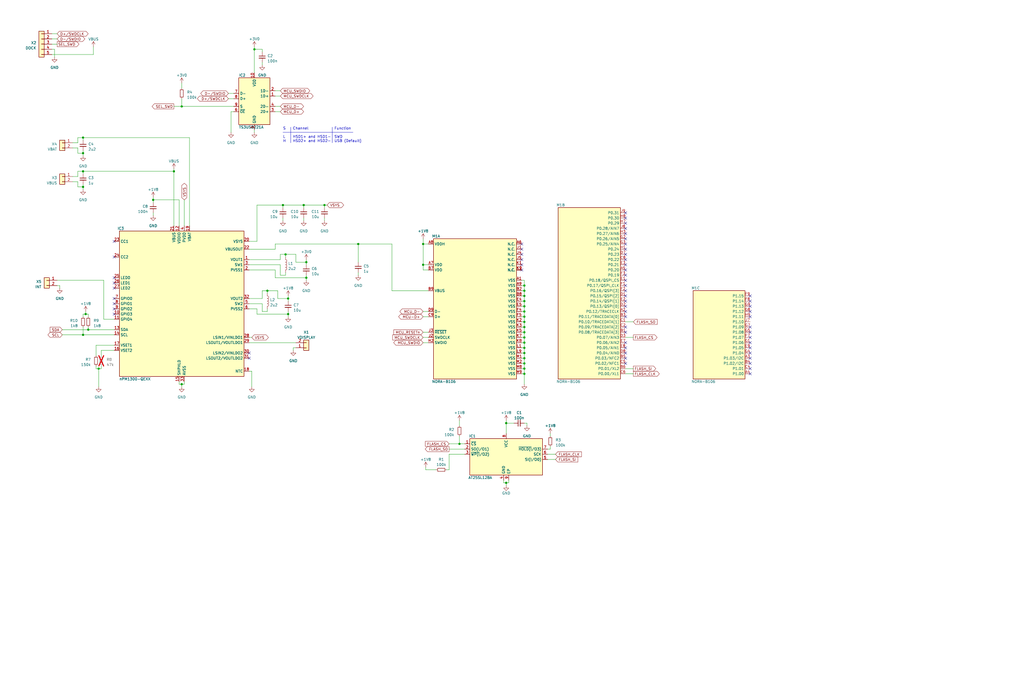
<source format=kicad_sch>
(kicad_sch (version 20230121) (generator eeschema)
  (paper "User" 500.99 340.004)
  (title_block (title "ZSWatch v2") (date "2023-08-19") (rev "3") (company "github.com/jakkra/ZSWatch-HW"))
  (lib_symbols
    (symbol "Connector_Generic:Conn_01x02" (pin_names (offset 1.016) hide)
      (property "Reference" "J" (at 0 2.54 0))
      (property "Value" "Conn_01x02" (at 0 -5.08 0))
      (symbol "Conn_01x02_1_1"
        (pin passive line (at -5.08 0 0) (length 3.81) (name "Pin_1") (number "1"))
        (pin passive line (at -5.08 -2.54 0) (length 3.81) (name "Pin_2") (number "2"))
      )
    )
    (symbol "Connector_Generic:Conn_01x05" (pin_names (offset 1.016) hide)
      (property "Reference" "J" (at 0 7.62 0))
      (property "Value" "Conn_01x05" (at 0 -7.62 0))
      (symbol "Conn_01x05_1_1"
        (pin passive line (at -5.08 5.08 0) (length 3.81) (name "Pin_1") (number "1"))
        (pin passive line (at -5.08 2.54 0) (length 3.81) (name "Pin_2") (number "2"))
        (pin passive line (at -5.08 0 0) (length 3.81) (name "Pin_3") (number "3"))
        (pin passive line (at -5.08 -2.54 0) (length 3.81) (name "Pin_4") (number "4"))
        (pin passive line (at -5.08 -5.08 0) (length 3.81) (name "Pin_5") (number "5"))
      )
    )
    (symbol "Device:C_Small" (pin_numbers hide) (pin_names (offset 0.254) hide)
      (property "Reference" "C" (at 0.254 1.778 0))
      (property "Value" "C_Small" (at 0.254 -2.032 0))
      (symbol "C_Small_1_1"
        (pin passive line (at 0 2.54 270) (length 2.032) (name "~") (number "1"))
        (pin passive line (at 0 -2.54 90) (length 2.032) (name "~") (number "2"))
      )
    )
    (symbol "Device:L" (pin_numbers hide) (pin_names (offset 1.016) hide)
      (property "Reference" "L" (at -1.27 0 90))
      (property "Value" "L" (at 1.905 0 90))
      (symbol "L_1_1"
        (pin passive line (at 0 3.81 270) (length 1.27) (name "1") (number "1"))
        (pin passive line (at 0 -3.81 90) (length 1.27) (name "2") (number "2"))
      )
    )
    (symbol "Device:R_Small" (pin_numbers hide) (pin_names (offset 0.254) hide)
      (property "Reference" "R" (at 0.762 0.508 0))
      (property "Value" "R_Small" (at 0.762 -1.016 0))
      (symbol "R_Small_1_1"
        (pin passive line (at 0 2.54 270) (length 0.762) (name "~") (number "1"))
        (pin passive line (at 0 -2.54 90) (length 0.762) (name "~") (number "2"))
      )
    )
    (symbol "Nordic:nPM1300-QEXX"
      (property "Reference" "IC" (at -29.845 36.83 0))
      (property "Value" "nPM1300-QEXX" (at -22.86 -36.83 0))
      (symbol "nPM1300-QEXX_0_0"
        (pin unspecified line (at 33.02 21.59 180) (length 2.54) (name "VOUT1") (number "1"))
        (pin unspecified line (at -33.02 -5.08 0) (length 2.54) (name "GPIO3") (number "10"))
        (pin unspecified line (at -33.02 -7.62 0) (length 2.54) (name "GPIO4") (number "11"))
        (pin unspecified line (at -1.27 38.1 270) (length 2.54) (name "VDDIO") (number "12"))
        (pin unspecified line (at -33.02 -12.7 0) (length 2.54) (name "SDA") (number "13"))
        (pin unspecified line (at -33.02 -15.24 0) (length 2.54) (name "SCL") (number "14"))
        (pin unspecified line (at -1.27 -38.1 90) (length 2.54) (name "SHPHLD") (number "15"))
        (pin unspecified line (at -33.02 -22.86 0) (length 2.54) (name "VSET2") (number "16"))
        (pin unspecified line (at -33.02 -20.32 0) (length 2.54) (name "VSET1") (number "17"))
        (pin unspecified line (at 33.02 -33.02 180) (length 2.54) (name "NTC") (number "18"))
        (pin unspecified line (at 3.81 38.1 270) (length 2.54) (name "VBAT") (number "19"))
        (pin unspecified line (at -3.81 38.1 270) (length 2.54) (name "VBUS") (number "21"))
        (pin unspecified line (at -33.02 30.48 0) (length 2.54) (name "CC1") (number "23"))
        (pin unspecified line (at -33.02 22.86 0) (length 2.54) (name "CC2") (number "24"))
        (pin unspecified line (at -33.02 12.7 0) (length 2.54) (name "LED0") (number "25"))
        (pin unspecified line (at -33.02 10.16 0) (length 2.54) (name "LED1") (number "26"))
        (pin unspecified line (at -33.02 7.62 0) (length 2.54) (name "LED2") (number "27"))
        (pin unspecified line (at 33.02 -19.05 180) (length 2.54) (name "LSOUT1/VOUTLDO1") (number "29"))
        (pin unspecified line (at 33.02 19.05 180) (length 2.54) (name "SW1") (number "3"))
        (pin unspecified line (at 33.02 -24.13 180) (length 2.54) (name "LSIN2/VINLDO2") (number "30"))
        (pin unspecified line (at 33.02 -26.67 180) (length 2.54) (name "LSOUT2/VOUTLDO2") (number "31"))
        (pin unspecified line (at 33.02 2.54 180) (length 2.54) (name "VOUT2") (number "32"))
        (pin unspecified line (at 1.27 -38.1 90) (length 2.54) (name "AVSS") (number "33"))
        (pin unspecified line (at 1.27 38.1 270) (length 2.54) (name "PVDD") (number "4"))
        (pin unspecified line (at 33.02 0 180) (length 2.54) (name "SW2") (number "5"))
        (pin unspecified line (at -33.02 2.54 0) (length 2.54) (name "GPIO0") (number "7"))
        (pin unspecified line (at -33.02 0 0) (length 2.54) (name "GPIO1") (number "8"))
        (pin unspecified line (at -33.02 -2.54 0) (length 2.54) (name "GPIO2") (number "9"))
      )
      (symbol "nPM1300-QEXX_1_0"
        (pin unspecified line (at 33.02 16.51 180) (length 2.54) (name "PVSS1") (number "2"))
        (pin power_in line (at 33.02 30.48 180) (length 2.54) (name "VSYS") (number "20"))
        (pin power_in line (at 33.02 26.67 180) (length 2.54) (name "VBUSOUT") (number "22"))
        (pin unspecified line (at 33.02 -16.51 180) (length 2.54) (name "LSIN1/VINLDO1") (number "28"))
        (pin unspecified line (at 33.02 -2.54 180) (length 2.54) (name "PVSS2") (number "6"))
      )
    )
    (symbol "Renesas:AT25SL128A"
      (property "Reference" "IC" (at -16.51 10.16 0))
      (symbol "AT25SL128A_1_1"
        (pin passive line (at -20.32 6.35 0) (length 2.54) (name "~{CS}") (number "1"))
        (pin passive line (at -20.32 3.81 0) (length 2.54) (name "SO(I/O1)") (number "2"))
        (pin passive line (at -20.32 1.27 0) (length 2.54) (name "~{WP(I}/O2)") (number "3"))
        (pin power_in line (at -1.27 -11.43 90) (length 2.54) (name "GND") (number "4"))
        (pin passive line (at 20.32 -1.27 180) (length 2.54) (name "SI(I/O0)") (number "5"))
        (pin input line (at 20.32 1.27 180) (length 2.54) (name "SCK") (number "6"))
        (pin passive line (at 20.32 3.81 180) (length 2.54) (name "~{HOLD(I}/O3)") (number "7"))
        (pin power_in line (at 0 11.43 270) (length 2.54) (name "VCC") (number "8"))
        (pin passive line (at 1.27 -11.43 90) (length 2.54) (name "EP") (number "9"))
      )
    )
    (symbol "TexasInstruments_Kampi:TS3USB221A"
      (property "Reference" "IC" (at -6.985 12.7 0))
      (property "Value" "TS3USB221A" (at -1.27 -12.7 0))
      (symbol "TS3USB221A_1_1"
        (pin bidirectional line (at 10.16 2.54 180) (length 2.54) (name "1D+") (number "1"))
        (pin power_in line (at 0 13.97 270) (length 2.54) (name "VDD") (number "10"))
        (pin bidirectional line (at 10.16 5.08 180) (length 2.54) (name "1D-") (number "2"))
        (pin bidirectional line (at 10.16 -5.08 180) (length 2.54) (name "2D+") (number "3"))
        (pin bidirectional line (at 10.16 -2.54 180) (length 2.54) (name "2D-") (number "4"))
        (pin passive line (at 0 -13.97 90) (length 2.54) (name "GND") (number "5"))
        (pin input line (at -10.16 -5.08 0) (length 2.54) (name "~{OE}") (number "6"))
        (pin bidirectional line (at -10.16 3.81 0) (length 2.54) (name "D-") (number "7"))
        (pin bidirectional line (at -10.16 1.27 0) (length 2.54) (name "D+") (number "8"))
        (pin input line (at -10.16 -2.54 0) (length 2.54) (name "S") (number "9"))
      )
    )
    (symbol "power:+1V8" (power) (pin_names (offset 0))
      (property "Value" "+1V8" (at 0 3.556 0))
      (symbol "+1V8_1_1"
        (pin power_in line (at 0 0 90) (length 0) hide (name "+1V8") (number "1"))
      )
    )
    (symbol "power:+3V0" (power) (pin_names (offset 0))
      (property "Value" "+3V0" (at 0 3.556 0))
      (symbol "+3V0_1_1"
        (pin power_in line (at 0 0 90) (length 0) hide (name "+3V0") (number "1"))
      )
    )
    (symbol "power:GND" (power) (pin_names (offset 0))
      (property "Value" "GND" (at 0 -3.81 0))
      (symbol "GND_1_1"
        (pin power_in line (at 0 0 270) (length 0) hide (name "GND") (number "1"))
      )
    )
    (symbol "power:VBUS" (power) (pin_names (offset 0))
      (property "Value" "VBUS" (at 0 3.81 0))
      (symbol "VBUS_1_1"
        (pin power_in line (at 0 0 90) (length 0) hide (name "VBUS") (number "1"))
      )
    )
    (symbol "uBlox:NORA-B106"
      (property "Reference" "M" (at -17.78 44.45 0))
      (symbol "NORA-B106_1_0"
        (pin power_in line (at 21.59 13.97 180) (length 2.54) (name "VSS") (number "A1"))
        (pin tri_state line (at 21.59 31.75 180) (length 2.54) (name "N.C.") (number "A6"))
        (pin power_in line (at -24.13 21.59 0) (length 2.54) (name "VDD") (number "A7"))
        (pin power_in line (at -24.13 31.75 0) (length 2.54) (name "VDDH") (number "A8"))
        (pin power_in line (at 21.59 11.43 180) (length 2.54) (name "VSS") (number "A9"))
        (pin power_in line (at 21.59 8.89 180) (length 2.54) (name "VSS") (number "B2"))
        (pin power_in line (at -24.13 19.05 0) (length 2.54) (name "VDD") (number "B7"))
        (pin power_in line (at 21.59 6.35 180) (length 2.54) (name "VSS") (number "B8"))
        (pin power_in line (at -24.13 8.89 0) (length 2.54) (name "VBUS") (number "B9"))
        (pin bidirectional line (at -24.13 -3.81 0) (length 2.54) (name "D+") (number "C9"))
        (pin bidirectional line (at -24.13 -1.27 0) (length 2.54) (name "D-") (number "D9"))
        (pin power_in line (at 21.59 3.81 180) (length 2.54) (name "VSS") (number "E4"))
        (pin power_in line (at 21.59 1.27 180) (length 2.54) (name "VSS") (number "E5"))
        (pin power_in line (at 21.59 -1.27 180) (length 2.54) (name "VSS") (number "F4"))
        (pin power_in line (at 21.59 -3.81 180) (length 2.54) (name "VSS") (number "F5"))
        (pin bidirectional line (at -24.13 -16.51 0) (length 2.54) (name "SWDIO") (number "H2"))
        (pin tri_state line (at 21.59 29.21 180) (length 2.54) (name "N.C.") (number "J1"))
        (pin input line (at -24.13 -13.97 0) (length 2.54) (name "SWDCLK") (number "J2"))
        (pin input line (at -24.13 -11.43 0) (length 2.54) (name "~{RESET}") (number "J3"))
        (pin tri_state line (at 21.59 26.67 180) (length 2.54) (name "N.C.") (number "J4"))
        (pin tri_state line (at 21.59 24.13 180) (length 2.54) (name "N.C.") (number "J5"))
        (pin tri_state line (at 21.59 21.59 180) (length 2.54) (name "N.C.") (number "K1"))
        (pin power_in line (at 21.59 -6.35 180) (length 2.54) (name "VSS") (number "K2"))
        (pin power_in line (at 21.59 -8.89 180) (length 2.54) (name "VSS") (number "K3"))
        (pin power_in line (at 21.59 -11.43 180) (length 2.54) (name "VSS") (number "K5"))
        (pin power_in line (at 21.59 -13.97 180) (length 2.54) (name "VSS") (number "K7"))
        (pin power_in line (at 21.59 -16.51 180) (length 2.54) (name "VSS") (number "K8"))
        (pin tri_state line (at 21.59 19.05 180) (length 2.54) (name "N.C.") (number "K9"))
        (pin tri_state line (at 21.59 19.05 180) (length 2.54) (name "N.C.") (number "K9"))
        (pin power_in line (at 21.59 -19.05 180) (length 2.54) (name "VSS") (number "L1"))
        (pin power_in line (at 21.59 -21.59 180) (length 2.54) (name "VSS") (number "L9"))
        (pin power_in line (at 21.59 -24.13 180) (length 2.54) (name "VSS") (number "M1"))
        (pin power_in line (at 21.59 -26.67 180) (length 2.54) (name "VSS") (number "M2"))
        (pin power_in line (at 21.59 -29.21 180) (length 2.54) (name "VSS") (number "M8"))
        (pin power_in line (at 21.59 -31.75 180) (length 2.54) (name "VSS") (number "M9"))
      )
      (symbol "NORA-B106_2_1"
        (pin bidirectional line (at 13.97 -7.62 180) (length 2.54) (name "P0.12/TRACECLK") (number "A2"))
        (pin bidirectional line (at 13.97 12.7 180) (length 2.54) (name "P0.20") (number "A5"))
        (pin bidirectional line (at 13.97 -17.78 180) (length 2.54) (name "P0.08/TRACEDATA[3]") (number "B1"))
        (pin bidirectional line (at 13.97 -10.16 180) (length 2.54) (name "P0.11/TRACEDATA[0]") (number "B3"))
        (pin bidirectional line (at 13.97 -30.48 180) (length 2.54) (name "P0.03/NFC2") (number "B5"))
        (pin bidirectional line (at 13.97 -35.56 180) (length 2.54) (name "P0.01/XL2") (number "B6"))
        (pin bidirectional line (at 13.97 -12.7 180) (length 2.54) (name "P0.10/TRACEDATA[1]") (number "C1"))
        (pin bidirectional line (at 13.97 -15.24 180) (length 2.54) (name "P0.09/TRACEDATA[2]") (number "C2"))
        (pin bidirectional line (at 13.97 -33.02 180) (length 2.54) (name "P0.02/NFC1") (number "C5"))
        (pin bidirectional line (at 13.97 -38.1 180) (length 2.54) (name "P0.00/XL1") (number "C6"))
        (pin bidirectional line (at 13.97 17.78 180) (length 2.54) (name "P0.22") (number "C8"))
        (pin bidirectional line (at 13.97 0 180) (length 2.54) (name "P0.15/QSPI[2]") (number "D1"))
        (pin bidirectional line (at 13.97 -5.08 180) (length 2.54) (name "P0.13/QSPI[0]") (number "D2"))
        (pin bidirectional line (at 13.97 -20.32 180) (length 2.54) (name "P0.07/AIN3") (number "D3"))
        (pin bidirectional line (at 13.97 20.32 180) (length 2.54) (name "P0.23") (number "D7"))
        (pin bidirectional line (at 13.97 -27.94 180) (length 2.54) (name "P0.04/AIN0") (number "D8"))
        (pin bidirectional line (at 13.97 7.62 180) (length 2.54) (name "P0.18/QSPI_CS") (number "E1"))
        (pin bidirectional line (at 13.97 -2.54 180) (length 2.54) (name "P0.14/QSPI[1]") (number "E2"))
        (pin bidirectional line (at 13.97 15.24 180) (length 2.54) (name "P0.21") (number "E3"))
        (pin bidirectional line (at 13.97 -22.86 180) (length 2.54) (name "P0.06/AIN2") (number "E7"))
        (pin bidirectional line (at 13.97 -25.4 180) (length 2.54) (name "P0.05/AIN1") (number "E8"))
        (pin bidirectional line (at 13.97 5.08 180) (length 2.54) (name "P0.17/QSPI_CLK") (number "F1"))
        (pin bidirectional line (at 13.97 2.54 180) (length 2.54) (name "P0.16/QSPI[3]") (number "F2"))
        (pin bidirectional line (at 13.97 10.16 180) (length 2.54) (name "P0.19") (number "F3"))
        (pin bidirectional line (at 13.97 27.94 180) (length 2.54) (name "P0.26/AIN5") (number "G2"))
        (pin bidirectional line (at 13.97 25.4 180) (length 2.54) (name "P0.25/AIN4") (number "G3"))
        (pin bidirectional line (at 13.97 22.86 180) (length 2.54) (name "P0.24") (number "H1"))
        (pin bidirectional line (at 13.97 30.48 180) (length 2.54) (name "P0.27/AIN6") (number "H3"))
        (pin bidirectional line (at 13.97 35.56 180) (length 2.54) (name "P0.29") (number "H7"))
        (pin bidirectional line (at 13.97 38.1 180) (length 2.54) (name "P0.30") (number "H8"))
        (pin bidirectional line (at 13.97 33.02 180) (length 2.54) (name "P0.28/AIN7") (number "J8"))
        (pin bidirectional line (at 13.97 40.64 180) (length 2.54) (name "P0.31") (number "J9"))
      )
      (symbol "NORA-B106_3_1"
        (pin bidirectional line (at 15.24 -11.43 180) (length 2.54) (name "P1.03/I2C") (number "A3"))
        (pin bidirectional line (at 15.24 -19.05 180) (length 2.54) (name "P1.00") (number "A4"))
        (pin bidirectional line (at 15.24 -13.97 180) (length 2.54) (name "P1.02/I2C") (number "B4"))
        (pin bidirectional line (at 15.24 -16.51 180) (length 2.54) (name "P1.01") (number "C4"))
        (pin bidirectional line (at 15.24 -6.35 180) (length 2.54) (name "P1.05") (number "E9"))
        (pin bidirectional line (at 15.24 -1.27 180) (length 2.54) (name "P1.07") (number "F7"))
        (pin bidirectional line (at 15.24 16.51 180) (length 2.54) (name "P1.14") (number "F8"))
        (pin bidirectional line (at 15.24 19.05 180) (length 2.54) (name "P1.15") (number "F9"))
        (pin bidirectional line (at 15.24 -3.81 180) (length 2.54) (name "P1.06") (number "G1"))
        (pin bidirectional line (at 15.24 -8.89 180) (length 2.54) (name "P1.04") (number "G4"))
        (pin bidirectional line (at 15.24 1.27 180) (length 2.54) (name "P1.08") (number "G5"))
        (pin bidirectional line (at 15.24 3.81 180) (length 2.54) (name "P1.09") (number "G7"))
        (pin bidirectional line (at 15.24 11.43 180) (length 2.54) (name "P1.12") (number "G8"))
        (pin bidirectional line (at 15.24 13.97 180) (length 2.54) (name "P1.13") (number "G9"))
        (pin bidirectional line (at 15.24 8.89 180) (length 2.54) (name "P1.11") (number "H9"))
        (pin bidirectional line (at 15.24 6.35 180) (length 2.54) (name "P1.10") (number "J7"))
      )
    )
  )
  (junction (at 207.01 129.54))
  (junction (at 149.86 135.89))
  (junction (at 40.64 74.93))
  (junction (at 256.54 177.8))
  (junction (at 256.54 152.4))
  (junction (at 256.54 154.94))
  (junction (at 41.91 153.67))
  (junction (at 256.54 180.34))
  (junction (at 256.54 157.48))
  (junction (at 256.54 162.56))
  (junction (at 247.65 236.22))
  (junction (at 224.79 217.17))
  (junction (at 88.9 187.96))
  (junction (at 256.54 175.26))
  (junction (at 256.54 165.1))
  (junction (at 256.54 182.88))
  (junction (at 256.54 172.72))
  (junction (at 256.54 170.18))
  (junction (at 85.09 83.82))
  (junction (at 40.64 163.83))
  (junction (at 256.54 160.02))
  (junction (at 207.01 119.38))
  (junction (at 139.7 124.46))
  (junction (at 40.64 83.82))
  (junction (at 138.43 100.33))
  (junction (at 175.26 119.38))
  (junction (at 256.54 142.24))
  (junction (at 48.26 180.34))
  (junction (at 140.97 146.05))
  (junction (at 40.64 91.44))
  (junction (at 88.9 52.07))
  (junction (at 43.18 161.29))
  (junction (at 256.54 144.78))
  (junction (at 140.97 153.67))
  (junction (at 130.81 142.24))
  (junction (at 158.75 100.33))
  (junction (at 256.54 139.7))
  (junction (at 256.54 147.32))
  (junction (at 124.46 24.13))
  (junction (at 74.93 97.79))
  (junction (at 256.54 149.86))
  (junction (at 148.59 100.33))
  (junction (at 40.64 67.31))
  (junction (at 247.65 207.01))
  (junction (at 149.86 128.27))
  (junction (at 256.54 167.64))
  (no_connect (at 121.92 172.72))
  (no_connect (at 306.07 175.26))
  (no_connect (at 367.03 175.26))
  (no_connect (at 367.03 165.1))
  (no_connect (at 306.07 114.3))
  (no_connect (at 306.07 109.22))
  (no_connect (at 367.03 144.78))
  (no_connect (at 367.03 170.18))
  (no_connect (at 306.07 152.4))
  (no_connect (at 55.88 138.43))
  (no_connect (at 255.27 132.08))
  (no_connect (at 255.27 121.92))
  (no_connect (at 255.27 119.38))
  (no_connect (at 255.27 124.46))
  (no_connect (at 255.27 129.54))
  (no_connect (at 255.27 127))
  (no_connect (at 306.07 170.18))
  (no_connect (at 306.07 160.02))
  (no_connect (at 55.88 135.89))
  (no_connect (at 367.03 182.88))
  (no_connect (at 306.07 172.72))
  (no_connect (at 367.03 162.56))
  (no_connect (at 55.88 146.05))
  (no_connect (at 306.07 111.76))
  (no_connect (at 306.07 127))
  (no_connect (at 306.07 167.64))
  (no_connect (at 306.07 177.8))
  (no_connect (at 306.07 116.84))
  (no_connect (at 121.92 175.26))
  (no_connect (at 367.03 160.02))
  (no_connect (at 55.88 153.67))
  (no_connect (at 367.03 147.32))
  (no_connect (at 306.07 104.14))
  (no_connect (at 306.07 154.94))
  (no_connect (at 55.88 148.59))
  (no_connect (at 306.07 147.32))
  (no_connect (at 306.07 142.24))
  (no_connect (at 55.88 118.11))
  (no_connect (at 367.03 172.72))
  (no_connect (at 367.03 152.4))
  (no_connect (at 55.88 140.97))
  (no_connect (at 55.88 125.73))
  (no_connect (at 306.07 137.16))
  (no_connect (at 306.07 139.7))
  (no_connect (at 306.07 124.46))
  (no_connect (at 306.07 121.92))
  (no_connect (at 306.07 149.86))
  (no_connect (at 367.03 167.64))
  (no_connect (at 367.03 177.8))
  (no_connect (at 306.07 129.54))
  (no_connect (at 306.07 119.38))
  (no_connect (at 306.07 144.78))
  (no_connect (at 306.07 134.62))
  (no_connect (at 306.07 162.56))
  (no_connect (at 367.03 154.94))
  (no_connect (at 55.88 151.13))
  (no_connect (at 306.07 106.68))
  (no_connect (at 306.07 132.08))
  (no_connect (at 367.03 149.86))
  (no_connect (at 367.03 180.34))
  (wire (pts (xy 74.93 104.14) (xy 74.93 105.41)))
  (wire (pts (xy 175.26 119.38) (xy 191.77 119.38)))
  (wire (pts (xy 55.88 156.21) (xy 50.8 156.21)))
  (wire (pts (xy 90.17 187.96) (xy 90.17 186.69)))
  (wire (pts (xy 40.64 67.31) (xy 40.64 68.58)))
  (wire (pts (xy 137.16 134.62) (xy 139.7 134.62)))
  (wire (pts (xy 207.01 132.08) (xy 207.01 129.54)))
  (wire (pts (xy 148.59 106.68) (xy 148.59 107.95)))
  (wire (pts (xy 256.54 139.7) (xy 255.27 139.7)))
  (wire (pts (xy 26.67 24.13) (xy 26.67 27.94)))
  (wire (pts (xy 134.62 132.08) (xy 134.62 135.89)))
  (wire (pts (xy 256.54 170.18) (xy 255.27 170.18)))
  (wire (pts (xy 247.65 236.22) (xy 248.92 236.22)))
  (wire (pts (xy 247.65 207.01) (xy 251.46 207.01)))
  (wire (pts (xy 256.54 147.32) (xy 256.54 149.86)))
  (wire (pts (xy 90.17 110.49) (xy 90.17 97.79)))
  (wire (pts (xy 257.81 207.01) (xy 257.81 208.28)))
  (wire (pts (xy 135.89 142.24) (xy 135.89 146.05)))
  (wire (pts (xy 207.01 162.56) (xy 209.55 162.56)))
  (wire (pts (xy 143.51 170.18) (xy 143.51 171.45)))
  (wire (pts (xy 256.54 165.1) (xy 255.27 165.1)))
  (wire (pts (xy 256.54 167.64) (xy 255.27 167.64)))
  (wire (pts (xy 256.54 175.26) (xy 256.54 177.8)))
  (wire (pts (xy 85.09 52.07) (xy 88.9 52.07)))
  (wire (pts (xy 45.72 22.86) (xy 45.72 26.67)))
  (wire (pts (xy 41.91 152.4) (xy 41.91 153.67)))
  (wire (pts (xy 88.9 40.64) (xy 88.9 43.18)))
  (wire (pts (xy 113.03 54.61) (xy 113.03 64.77)))
  (wire (pts (xy 247.65 207.01) (xy 247.65 212.09)))
  (wire (pts (xy 269.24 213.36) (xy 269.24 212.09)))
  (wire (pts (xy 148.59 100.33) (xy 148.59 101.6)))
  (wire (pts (xy 88.9 52.07) (xy 114.3 52.07)))
  (wire (pts (xy 256.54 160.02) (xy 256.54 162.56)))
  (wire (pts (xy 35.56 88.9) (xy 38.1 88.9)))
  (wire (pts (xy 40.64 163.83) (xy 40.64 160.02)))
  (wire (pts (xy 137.16 52.07) (xy 134.62 52.07)))
  (wire (pts (xy 137.16 124.46) (xy 139.7 124.46)))
  (wire (pts (xy 219.71 229.87) (xy 218.44 229.87)))
  (wire (pts (xy 40.64 154.94) (xy 40.64 153.67)))
  (wire (pts (xy 30.48 161.29) (xy 43.18 161.29)))
  (wire (pts (xy 130.81 152.4) (xy 130.81 151.13)))
  (wire (pts (xy 148.59 100.33) (xy 158.75 100.33)))
  (wire (pts (xy 92.71 67.31) (xy 40.64 67.31)))
  (wire (pts (xy 256.54 139.7) (xy 256.54 142.24)))
  (wire (pts (xy 38.1 74.93) (xy 40.64 74.93)))
  (wire (pts (xy 224.79 205.74) (xy 224.79 208.28)))
  (wire (pts (xy 43.18 161.29) (xy 43.18 160.02)))
  (wire (pts (xy 114.3 54.61) (xy 113.03 54.61)))
  (wire (pts (xy 40.64 153.67) (xy 41.91 153.67)))
  (wire (pts (xy 256.54 165.1) (xy 256.54 167.64)))
  (wire (pts (xy 40.64 73.66) (xy 40.64 74.93)))
  (wire (pts (xy 40.64 83.82) (xy 40.64 85.09)))
  (wire (pts (xy 256.54 142.24) (xy 255.27 142.24)))
  (wire (pts (xy 256.54 207.01) (xy 257.81 207.01)))
  (wire (pts (xy 256.54 137.16) (xy 255.27 137.16)))
  (wire (pts (xy 137.16 46.99) (xy 134.62 46.99)))
  (wire (pts (xy 40.64 91.44) (xy 40.64 92.71)))
  (wire (pts (xy 38.1 86.36) (xy 38.1 83.82)))
  (wire (pts (xy 256.54 149.86) (xy 255.27 149.86)))
  (wire (pts (xy 256.54 157.48) (xy 256.54 160.02)))
  (wire (pts (xy 139.7 124.46) (xy 144.78 124.46)))
  (wire (pts (xy 256.54 167.64) (xy 256.54 170.18)))
  (wire (pts (xy 306.07 182.88) (xy 309.88 182.88)))
  (wire (pts (xy 50.8 137.16) (xy 50.8 156.21)))
  (wire (pts (xy 269.24 219.71) (xy 267.97 219.71)))
  (wire (pts (xy 219.71 222.25) (xy 219.71 229.87)))
  (wire (pts (xy 207.01 129.54) (xy 209.55 129.54)))
  (wire (pts (xy 55.88 168.91) (xy 46.99 168.91)))
  (wire (pts (xy 55.88 161.29) (xy 43.18 161.29)))
  (wire (pts (xy 124.46 24.13) (xy 124.46 22.86)))
  (wire (pts (xy 138.43 100.33) (xy 138.43 101.6)))
  (wire (pts (xy 134.62 121.92) (xy 134.62 119.38)))
  (wire (pts (xy 25.4 24.13) (xy 26.67 24.13)))
  (wire (pts (xy 144.78 128.27) (xy 149.86 128.27)))
  (wire (pts (xy 135.89 146.05) (xy 140.97 146.05)))
  (wire (pts (xy 130.81 142.24) (xy 135.89 142.24)))
  (wire (pts (xy 55.88 163.83) (xy 40.64 163.83)))
  (wire (pts (xy 219.71 219.71) (xy 227.33 219.71)))
  (wire (pts (xy 121.92 121.92) (xy 134.62 121.92)))
  (wire (pts (xy 246.38 234.95) (xy 246.38 236.22)))
  (wire (pts (xy 207.01 154.94) (xy 209.55 154.94)))
  (wire (pts (xy 88.9 48.26) (xy 88.9 52.07)))
  (wire (pts (xy 87.63 187.96) (xy 88.9 187.96)))
  (wire (pts (xy 27.94 19.05) (xy 25.4 19.05)))
  (wire (pts (xy 256.54 147.32) (xy 255.27 147.32)))
  (wire (pts (xy 256.54 180.34) (xy 256.54 182.88)))
  (wire (pts (xy 208.28 229.87) (xy 213.36 229.87)))
  (wire (pts (xy 121.92 146.05) (xy 128.27 146.05)))
  (wire (pts (xy 149.86 134.62) (xy 149.86 135.89)))
  (wire (pts (xy 175.26 133.35) (xy 175.26 134.62)))
  (wire (pts (xy 134.62 135.89) (xy 149.86 135.89)))
  (wire (pts (xy 40.64 83.82) (xy 85.09 83.82)))
  (wire (pts (xy 88.9 187.96) (xy 90.17 187.96)))
  (wire (pts (xy 128.27 142.24) (xy 130.81 142.24)))
  (wire (pts (xy 256.54 154.94) (xy 255.27 154.94)))
  (wire (pts (xy 27.94 21.59) (xy 25.4 21.59)))
  (wire (pts (xy 137.16 129.54) (xy 137.16 134.62)))
  (wire (pts (xy 158.75 106.68) (xy 158.75 107.95)))
  (wire (pts (xy 46.99 179.07) (xy 46.99 180.34)))
  (wire (pts (xy 256.54 157.48) (xy 255.27 157.48)))
  (wire (pts (xy 227.33 222.25) (xy 219.71 222.25)))
  (wire (pts (xy 140.97 153.67) (xy 140.97 154.94)))
  (wire (pts (xy 207.01 167.64) (xy 209.55 167.64)))
  (wire (pts (xy 256.54 149.86) (xy 256.54 152.4)))
  (wire (pts (xy 46.99 180.34) (xy 48.26 180.34)))
  (wire (pts (xy 35.56 72.39) (xy 38.1 72.39)))
  (wire (pts (xy 40.64 90.17) (xy 40.64 91.44)))
  (wire (pts (xy 306.07 180.34) (xy 309.88 180.34)))
  (wire (pts (xy 27.94 137.16) (xy 50.8 137.16)))
  (wire (pts (xy 149.86 128.27) (xy 149.86 129.54)))
  (wire (pts (xy 207.01 129.54) (xy 207.01 119.38)))
  (wire (pts (xy 29.21 139.7) (xy 29.21 140.97)))
  (wire (pts (xy 121.92 165.1) (xy 123.19 165.1)))
  (wire (pts (xy 49.53 180.34) (xy 49.53 179.07)))
  (wire (pts (xy 137.16 127) (xy 137.16 124.46)))
  (wire (pts (xy 121.92 181.61) (xy 123.19 181.61)))
  (wire (pts (xy 256.54 182.88) (xy 256.54 187.96)))
  (polyline (pts (xy 162.56 62.23) (xy 162.56 69.85)))
  (wire (pts (xy 138.43 106.68) (xy 138.43 107.95)))
  (wire (pts (xy 209.55 132.08) (xy 207.01 132.08)))
  (wire (pts (xy 125.73 153.67) (xy 140.97 153.67)))
  (wire (pts (xy 140.97 144.78) (xy 140.97 146.05)))
  (wire (pts (xy 85.09 82.55) (xy 85.09 83.82)))
  (wire (pts (xy 247.65 236.22) (xy 247.65 237.49)))
  (wire (pts (xy 256.54 142.24) (xy 256.54 144.78)))
  (wire (pts (xy 139.7 124.46) (xy 139.7 125.73)))
  (wire (pts (xy 124.46 24.13) (xy 124.46 35.56)))
  (wire (pts (xy 207.01 116.84) (xy 207.01 119.38)))
  (wire (pts (xy 48.26 180.34) (xy 48.26 189.23)))
  (wire (pts (xy 306.07 165.1) (xy 309.88 165.1)))
  (wire (pts (xy 49.53 171.45) (xy 49.53 173.99)))
  (wire (pts (xy 128.27 146.05) (xy 128.27 142.24)))
  (wire (pts (xy 256.54 175.26) (xy 255.27 175.26)))
  (wire (pts (xy 138.43 100.33) (xy 148.59 100.33)))
  (wire (pts (xy 125.73 151.13) (xy 125.73 153.67)))
  (wire (pts (xy 41.91 153.67) (xy 43.18 153.67)))
  (wire (pts (xy 128.27 148.59) (xy 128.27 152.4)))
  (wire (pts (xy 256.54 177.8) (xy 255.27 177.8)))
  (wire (pts (xy 191.77 142.24) (xy 209.55 142.24)))
  (wire (pts (xy 267.97 222.25) (xy 271.78 222.25)))
  (wire (pts (xy 144.78 170.18) (xy 143.51 170.18)))
  (wire (pts (xy 121.92 132.08) (xy 134.62 132.08)))
  (wire (pts (xy 48.26 180.34) (xy 49.53 180.34)))
  (wire (pts (xy 27.94 139.7) (xy 29.21 139.7)))
  (wire (pts (xy 246.38 236.22) (xy 247.65 236.22)))
  (wire (pts (xy 38.1 88.9) (xy 38.1 91.44)))
  (wire (pts (xy 247.65 207.01) (xy 247.65 205.74)))
  (wire (pts (xy 256.54 137.16) (xy 256.54 139.7)))
  (wire (pts (xy 88.9 187.96) (xy 88.9 189.23)))
  (wire (pts (xy 139.7 134.62) (xy 139.7 133.35)))
  (wire (pts (xy 256.54 144.78) (xy 255.27 144.78)))
  (wire (pts (xy 125.73 100.33) (xy 125.73 118.11)))
  (wire (pts (xy 224.79 213.36) (xy 224.79 217.17)))
  (wire (pts (xy 92.71 67.31) (xy 92.71 110.49)))
  (wire (pts (xy 140.97 146.05) (xy 140.97 147.32)))
  (wire (pts (xy 124.46 63.5) (xy 124.46 64.77)))
  (wire (pts (xy 55.88 171.45) (xy 49.53 171.45)))
  (wire (pts (xy 256.54 152.4) (xy 256.54 154.94)))
  (wire (pts (xy 43.18 153.67) (xy 43.18 154.94)))
  (wire (pts (xy 149.86 127) (xy 149.86 128.27)))
  (wire (pts (xy 128.27 152.4) (xy 130.81 152.4)))
  (wire (pts (xy 144.78 124.46) (xy 144.78 128.27)))
  (polyline (pts (xy 142.24 62.23) (xy 142.24 69.85)))
  (wire (pts (xy 269.24 218.44) (xy 269.24 219.71)))
  (wire (pts (xy 38.1 91.44) (xy 40.64 91.44)))
  (wire (pts (xy 137.16 54.61) (xy 134.62 54.61)))
  (wire (pts (xy 128.27 30.48) (xy 128.27 31.75)))
  (wire (pts (xy 25.4 26.67) (xy 45.72 26.67)))
  (wire (pts (xy 207.01 119.38) (xy 209.55 119.38)))
  (wire (pts (xy 38.1 72.39) (xy 38.1 74.93)))
  (wire (pts (xy 30.48 163.83) (xy 40.64 163.83)))
  (wire (pts (xy 140.97 152.4) (xy 140.97 153.67)))
  (wire (pts (xy 191.77 119.38) (xy 191.77 142.24)))
  (wire (pts (xy 128.27 24.13) (xy 128.27 25.4)))
  (wire (pts (xy 121.92 148.59) (xy 128.27 148.59)))
  (wire (pts (xy 134.62 119.38) (xy 175.26 119.38)))
  (wire (pts (xy 149.86 135.89) (xy 149.86 137.16)))
  (wire (pts (xy 27.94 16.51) (xy 25.4 16.51)))
  (wire (pts (xy 256.54 172.72) (xy 255.27 172.72)))
  (wire (pts (xy 111.76 45.72) (xy 114.3 45.72)))
  (wire (pts (xy 38.1 83.82) (xy 40.64 83.82)))
  (wire (pts (xy 121.92 118.11) (xy 125.73 118.11)))
  (wire (pts (xy 121.92 127) (xy 137.16 127)))
  (wire (pts (xy 85.09 110.49) (xy 85.09 83.82)))
  (wire (pts (xy 256.54 180.34) (xy 255.27 180.34)))
  (wire (pts (xy 137.16 44.45) (xy 134.62 44.45)))
  (wire (pts (xy 40.64 74.93) (xy 40.64 76.2)))
  (polyline (pts (xy 138.43 64.77) (xy 172.72 64.77)))
  (wire (pts (xy 46.99 168.91) (xy 46.99 173.99)))
  (wire (pts (xy 256.54 154.94) (xy 256.54 157.48)))
  (wire (pts (xy 256.54 162.56) (xy 256.54 165.1)))
  (wire (pts (xy 256.54 160.02) (xy 255.27 160.02)))
  (wire (pts (xy 256.54 144.78) (xy 256.54 147.32)))
  (wire (pts (xy 175.26 119.38) (xy 175.26 128.27)))
  (wire (pts (xy 256.54 152.4) (xy 255.27 152.4)))
  (wire (pts (xy 124.46 24.13) (xy 128.27 24.13)))
  (wire (pts (xy 256.54 177.8) (xy 256.54 180.34)))
  (wire (pts (xy 207.01 165.1) (xy 209.55 165.1)))
  (wire (pts (xy 121.92 167.64) (xy 144.78 167.64)))
  (wire (pts (xy 74.93 99.06) (xy 74.93 97.79)))
  (wire (pts (xy 38.1 69.85) (xy 38.1 67.31)))
  (wire (pts (xy 121.92 129.54) (xy 137.16 129.54)))
  (wire (pts (xy 248.92 234.95) (xy 248.92 236.22)))
  (wire (pts (xy 35.56 69.85) (xy 38.1 69.85)))
  (wire (pts (xy 121.92 151.13) (xy 125.73 151.13)))
  (wire (pts (xy 111.76 48.26) (xy 114.3 48.26)))
  (wire (pts (xy 130.81 142.24) (xy 130.81 143.51)))
  (wire (pts (xy 123.19 181.61) (xy 123.19 189.23)))
  (wire (pts (xy 306.07 157.48) (xy 309.88 157.48)))
  (wire (pts (xy 158.75 100.33) (xy 158.75 101.6)))
  (wire (pts (xy 158.75 100.33) (xy 160.02 100.33)))
  (wire (pts (xy 267.97 224.79) (xy 271.78 224.79)))
  (wire (pts (xy 224.79 217.17) (xy 227.33 217.17)))
  (wire (pts (xy 138.43 100.33) (xy 125.73 100.33)))
  (wire (pts (xy 256.54 170.18) (xy 256.54 172.72)))
  (wire (pts (xy 74.93 96.52) (xy 74.93 97.79)))
  (wire (pts (xy 256.54 172.72) (xy 256.54 175.26)))
  (wire (pts (xy 87.63 110.49) (xy 87.63 97.79)))
  (wire (pts (xy 208.28 229.87) (xy 208.28 228.6)))
  (wire (pts (xy 87.63 186.69) (xy 87.63 187.96)))
  (wire (pts (xy 35.56 86.36) (xy 38.1 86.36)))
  (wire (pts (xy 219.71 217.17) (xy 224.79 217.17)))
  (wire (pts (xy 207.01 152.4) (xy 209.55 152.4)))
  (wire (pts (xy 256.54 182.88) (xy 255.27 182.88)))
  (wire (pts (xy 38.1 67.31) (xy 40.64 67.31)))
  (wire (pts (xy 74.93 97.79) (xy 87.63 97.79)))
  (wire (pts (xy 256.54 162.56) (xy 255.27 162.56)))
  (text "S	Channel			Function\n\nL	HSD1+ and HSD1-	SWD\nH	HSD2+ and HSD2-	USB (Default)" (at 138.43 69.85 0) (effects (font (size 1.27 1.27)) (justify left bottom)))
  (global_label "MCU_RESETn" (shape input) (at 207.01 162.56 180) (property "Intersheetrefs" "${INTERSHEET_REFS}" (effects hide)))
  (global_label "SEL_SWD" (shape output) (at 27.94 21.59 0) (property "Intersheetrefs" "${INTERSHEET_REFS}" (effects hide)))
  (global_label "FLASH_CLK" (shape output) (at 309.88 182.88 0) (property "Intersheetrefs" "${INTERSHEET_REFS}" (effects hide)))
  (global_label "D+{slash}SWDCLK" (shape bidirectional) (at 27.94 16.51 0) (property "Intersheetrefs" "${INTERSHEET_REFS}" (effects hide)))
  (global_label "FLASH_SO" (shape input) (at 309.88 157.48 0) (property "Intersheetrefs" "${INTERSHEET_REFS}" (effects hide)))
  (global_label "FLASH_CS" (shape output) (at 309.88 165.1 0) (property "Intersheetrefs" "${INTERSHEET_REFS}" (effects hide)))
  (global_label "D+{slash}SWDCLK" (shape bidirectional) (at 111.76 48.26 180) (property "Intersheetrefs" "${INTERSHEET_REFS}" (effects hide)))
  (global_label "MCU_D-" (shape bidirectional) (at 137.16 52.07 0) (property "Intersheetrefs" "${INTERSHEET_REFS}" (effects hide)))
  (global_label "MCU_SWDCLK" (shape input) (at 207.01 165.1 180) (property "Intersheetrefs" "${INTERSHEET_REFS}" (effects hide)))
  (global_label "VSYS" (shape bidirectional) (at 160.02 100.33 0) (property "Intersheetrefs" "${INTERSHEET_REFS}" (effects hide)))
  (global_label "FLASH_SO" (shape output) (at 219.71 219.71 180) (property "Intersheetrefs" "${INTERSHEET_REFS}" (effects hide)))
  (global_label "MCU_D+" (shape bidirectional) (at 137.16 54.61 0) (property "Intersheetrefs" "${INTERSHEET_REFS}" (effects hide)))
  (global_label "VSYS" (shape bidirectional) (at 90.17 97.79 90) (property "Intersheetrefs" "${INTERSHEET_REFS}" (effects hide)))
  (global_label "MCU_SWDIO" (shape bidirectional) (at 137.16 44.45 0) (property "Intersheetrefs" "${INTERSHEET_REFS}" (effects hide)))
  (global_label "FLASH_CLK" (shape input) (at 271.78 222.25 0) (property "Intersheetrefs" "${INTERSHEET_REFS}" (effects hide)))
  (global_label "MCU_SWDCLK" (shape bidirectional) (at 137.16 46.99 0) (property "Intersheetrefs" "${INTERSHEET_REFS}" (effects hide)))
  (global_label "VSYS" (shape bidirectional) (at 123.19 165.1 0) (property "Intersheetrefs" "${INTERSHEET_REFS}" (effects hide)))
  (global_label "D-{slash}SWDIO" (shape bidirectional) (at 27.94 19.05 0) (property "Intersheetrefs" "${INTERSHEET_REFS}" (effects hide)))
  (global_label "D-{slash}SWDIO" (shape bidirectional) (at 111.76 45.72 180) (property "Intersheetrefs" "${INTERSHEET_REFS}" (effects hide)))
  (global_label "SDA" (shape input) (at 30.48 161.29 180) (property "Intersheetrefs" "${INTERSHEET_REFS}" (effects hide)))
  (global_label "MCU_SWDIO" (shape bidirectional) (at 207.01 167.64 180) (property "Intersheetrefs" "${INTERSHEET_REFS}" (effects hide)))
  (global_label "FLASH_SI" (shape output) (at 309.88 180.34 0) (property "Intersheetrefs" "${INTERSHEET_REFS}" (effects hide)))
  (global_label "SEL_SWD" (shape output) (at 85.09 52.07 180) (property "Intersheetrefs" "${INTERSHEET_REFS}" (effects hide)))
  (global_label "MCU_D-" (shape bidirectional) (at 207.01 152.4 180) (property "Intersheetrefs" "${INTERSHEET_REFS}" (effects hide)))
  (global_label "FLASH_SI" (shape input) (at 271.78 224.79 0) (property "Intersheetrefs" "${INTERSHEET_REFS}" (effects hide)))
  (global_label "FLASH_CS" (shape input) (at 219.71 217.17 180) (property "Intersheetrefs" "${INTERSHEET_REFS}" (effects hide)))
  (global_label "MCU-D+" (shape bidirectional) (at 207.01 154.94 180) (property "Intersheetrefs" "${INTERSHEET_REFS}" (effects hide)))
  (global_label "SCL" (shape bidirectional) (at 30.48 163.83 180) (property "Intersheetrefs" "${INTERSHEET_REFS}" (effects hide)))
  (symbol (lib_id "power:GND") (at 29.21 140.97 0) (unit 1)
    (property "Reference" "#PWR036" (effects hide))
    (property "Value" "GND" (at 29.21 146.05 0))
  )
  (symbol (lib_id "Device:R_Small") (at 46.99 176.53 0) (mirror x) (unit 1)
    (property "Reference" "R7" (at 44.45 175.895 0) (effects (justify right)))
    (property "Value" "150k" (at 44.45 178.435 0) (effects (justify right)))
    (property "Footprint" "Resistor_SMD:R_0603_1608Metric" (effects hide))
  )
  (symbol (lib_id "power:GND") (at 140.97 154.94 0) (unit 1)
    (property "Reference" "#PWR031" (effects hide))
    (property "Value" "GND" (at 140.97 160.02 0))
  )
  (symbol (lib_id "Device:C_Small") (at 149.86 132.08 0) (mirror y) (unit 1)
    (property "Reference" "C6" (at 152.4 131.4513 0) (effects (justify right)))
    (property "Value" "10u" (at 152.4 133.9913 0) (effects (justify right)))
    (property "Footprint" "Capacitor_SMD:C_0603_1608Metric" (effects hide))
    (property "Datasheet" "https://www.mouser.de/datasheet/2/40/CM_Series_e-2835982.pdf" (effects hide))
    (property "Mfr." "KYOCERA AVX" (effects hide))
    (property "Mfr. No." "CM105X5R106M25AT" (effects hide))
    (property "Distributor" "Mouser" (effects hide))
    (property "Order Number" "346-CM105X5R106M25AT" (effects hide))
  )
  (symbol (lib_id "power:GND") (at 158.75 107.95 0) (unit 1)
    (property "Reference" "#PWR029" (effects hide))
    (property "Value" "GND" (at 158.75 113.03 0))
  )
  (symbol (lib_id "power:GND") (at 257.81 208.28 0) (unit 1)
    (property "Reference" "#PWR011" (effects hide))
    (property "Value" "GND" (at 257.81 213.36 0))
  )
  (symbol (lib_id "power:+1V8") (at 224.79 205.74 0) (unit 1)
    (property "Reference" "#PWR08" (effects hide))
    (property "Value" "+1V8" (at 224.79 201.93 0))
  )
  (symbol (lib_id "power:GND") (at 48.26 189.23 0) (unit 1)
    (property "Reference" "#PWR023" (effects hide))
    (property "Value" "GND" (at 48.26 194.31 0))
  )
  (symbol (lib_id "Device:R_Small") (at 215.9 229.87 270) (unit 1)
    (property "Reference" "R1" (at 215.9 224.79 90))
    (property "Value" "100k" (at 215.9 227.33 90))
    (property "Footprint" "Resistor_SMD:R_0603_1608Metric" (effects hide))
    (property "Datasheet" "https://www.mouser.de/datasheet/2/447/PYu_RC_Group_51_RoHS_L_11-1984063.pdf" (effects hide))
    (property "Distributor" "Mouser" (effects hide))
    (property "Mfr." "Yageo" (effects hide))
    (property "Mfr. No." "RC0603FR-07100KL" (effects hide))
    (property "Order Number" "603-RC0603FR-07100KL" (effects hide))
  )
  (symbol (lib_id "power:+1V8") (at 269.24 212.09 0) (unit 1)
    (property "Reference" "#PWR012" (effects hide))
    (property "Value" "+1V8" (at 269.24 208.28 0))
  )
  (symbol (lib_id "power:+1V8") (at 140.97 144.78 0) (unit 1)
    (property "Reference" "#PWR01" (effects hide))
    (property "Value" "+1V8" (at 140.97 140.97 0))
  )
  (symbol (lib_id "uBlox:NORA-B106") (at 351.79 163.83 0) (unit 3)
    (property "Reference" "M1" (at 340.36 140.97 0))
    (property "Value" "NORA-B106" (at 344.17 186.69 0))
    (property "Footprint" "uBlox:NORA-B106" (effects hide))
    (property "Datasheet" "https://www.u-blox.com/docs/UBX-20027119" (effects hide))
    (property "Mfr." "u-blox" (effects hide))
    (property "Mfr. No." "NORA-B106-00B" (effects hide))
    (property "Distributor" "Mouser" (effects hide))
    (property "Order Number" "377-NORA-B106-00B" (effects hide))
  )
  (symbol (lib_id "Device:R_Small") (at 224.79 210.82 0) (unit 1)
    (property "Reference" "R2" (at 222.25 210.185 0) (effects (justify right)))
    (property "Value" "100k" (at 222.25 212.725 0) (effects (justify right)))
    (property "Footprint" "Resistor_SMD:R_0603_1608Metric" (effects hide))
    (property "Datasheet" "https://www.mouser.de/datasheet/2/447/PYu_RC_Group_51_RoHS_L_11-1984063.pdf" (effects hide))
    (property "Distributor" "Mouser" (effects hide))
    (property "Mfr." "Yageo" (effects hide))
    (property "Mfr. No." "RC0603FR-07100KL" (effects hide))
    (property "Order Number" "603-RC0603FR-07100KL" (effects hide))
  )
  (symbol (lib_id "Device:L") (at 130.81 147.32 0) (unit 1)
    (property "Reference" "L2" (at 132.08 146.685 0) (effects (justify left)))
    (property "Value" "2u2" (at 132.08 149.225 0) (effects (justify left)))
    (property "Footprint" "Inductor_SMD_Kampi:L_0806_2016" (effects hide))
    (property "Datasheet" "https://www.mouser.de/datasheet/2/585/sems_s_a0006918008_1-2288745.pdf" (effects hide))
    (property "Mfr." "Samsung Electro-Mechanics" (effects hide))
    (property "Mfr. No." "CIGT201610EH2R2MNE" (effects hide))
    (property "Distributor" "Mouser" (effects hide))
    (property "Order Number" "187-CIGT201610EH2R2M" (effects hide))
  )
  (symbol (lib_id "power:+1V8") (at 208.28 228.6 0) (unit 1)
    (property "Reference" "#PWR07" (effects hide))
    (property "Value" "+1V8" (at 208.28 224.79 0))
  )
  (symbol (lib_id "Device:C_Small") (at 254 207.01 90) (mirror x) (unit 1)
    (property "Reference" "C1" (at 254.0063 201.93 90))
    (property "Value" "100n" (at 254.0063 204.47 90))
    (property "Footprint" "Capacitor_SMD:C_0603_1608Metric" (effects hide))
    (property "Datasheet" "https://www.mouser.de/datasheet/2/40/KGM_X7R-3223212.pdf" (effects hide))
    (property "Mfr." "KYOCERA AVX" (effects hide))
    (property "Mfr. No." "06035C104KAT2A" (effects hide))
    (property "Distributor" "Mouser" (effects hide))
    (property "Order Number" "581-06035C104KAT2A" (effects hide))
  )
  (symbol (lib_id "power:GND") (at 128.27 31.75 0) (unit 1)
    (property "Reference" "#PWR014" (effects hide))
    (property "Value" "GND" (at 128.27 36.83 0))
  )
  (symbol (lib_id "Device:L") (at 139.7 129.54 0) (unit 1)
    (property "Reference" "L1" (at 140.97 128.905 0) (effects (justify left)))
    (property "Value" "2u2" (at 140.97 131.445 0) (effects (justify left)))
    (property "Footprint" "Inductor_SMD_Kampi:L_0806_2016" (effects hide))
    (property "Datasheet" "https://www.mouser.de/datasheet/2/585/sems_s_a0006918008_1-2288745.pdf" (effects hide))
    (property "Mfr." "Samsung Electro-Mechanics" (effects hide))
    (property "Mfr. No." "CIGT201610EH2R2MNE" (effects hide))
    (property "Distributor" "Mouser" (effects hide))
    (property "Order Number" "187-CIGT201610EH2R2M" (effects hide))
  )
  (symbol (lib_id "Device:R_Small") (at 49.53 176.53 180) (unit 1) (in_bom no) (on_board no) (dnp yes)
    (property "Reference" "R8" (at 52.07 175.895 0) (effects (justify right)))
    (property "Value" "47k" (at 52.07 178.435 0) (effects (justify right)))
    (property "Footprint" "Resistor_SMD:R_0603_1608Metric" (effects hide))
  )
  (symbol (lib_id "power:+1V8") (at 74.93 96.52 0) (unit 1)
    (property "Reference" "#PWR024" (effects hide))
    (property "Value" "+1V8" (at 74.93 92.71 0))
  )
  (symbol (lib_id "power:GND") (at 256.54 187.96 0) (unit 1)
    (property "Reference" "#PWR06" (effects hide))
    (property "Value" "GND" (at 256.54 193.04 0))
  )
  (symbol (lib_id "Device:C_Small") (at 138.43 104.14 0) (unit 1)
    (property "Reference" "C9" (at 135.89 103.5113 0) (effects (justify right)))
    (property "Value" "10u" (at 135.89 106.0513 0) (effects (justify right)))
    (property "Footprint" "Capacitor_SMD:C_0603_1608Metric" (effects hide))
    (property "Datasheet" "https://www.mouser.de/datasheet/2/40/CM_Series_e-2835982.pdf" (effects hide))
    (property "Mfr." "KYOCERA AVX" (effects hide))
    (property "Mfr. No." "CM105X5R106M25AT" (effects hide))
    (property "Distributor" "Mouser" (effects hide))
    (property "Order Number" "346-CM105X5R106M25AT" (effects hide))
  )
  (symbol (lib_id "power:GND") (at 40.64 92.71 0) (unit 1)
    (property "Reference" "#PWR021" (effects hide))
    (property "Value" "GND" (at 40.64 97.79 0))
  )
  (symbol (lib_id "power:GND") (at 123.19 189.23 0) (unit 1)
    (property "Reference" "#PWR034" (effects hide))
    (property "Value" "GND" (at 123.19 194.31 0))
  )
  (symbol (lib_id "power:GND") (at 247.65 237.49 0) (mirror y) (unit 1)
    (property "Reference" "#PWR010" (effects hide))
    (property "Value" "GND" (at 247.65 241.3 0))
  )
  (symbol (lib_id "power:GND") (at 113.03 64.77 0) (unit 1)
    (property "Reference" "#PWR016" (effects hide))
    (property "Value" "GND" (at 113.03 69.85 0))
  )
  (symbol (lib_id "power:GND") (at 175.26 134.62 0) (unit 1)
    (property "Reference" "#PWR018" (effects hide))
    (property "Value" "GND" (at 175.26 139.7 0))
  )
  (symbol (lib_id "power:GND") (at 143.51 171.45 0) (unit 1)
    (property "Reference" "#PWR030" (effects hide))
    (property "Value" "GND" (at 143.51 176.53 0))
  )
  (symbol (lib_id "power:VBUS") (at 45.72 22.86 0) (mirror y) (unit 1)
    (property "Reference" "#PWR05" (effects hide))
    (property "Value" "VBUS" (at 45.72 19.1516 0))
  )
  (symbol (lib_id "uBlox:NORA-B106") (at 292.1 144.78 0) (unit 2)
    (property "Reference" "M1" (at 274.32 100.33 0))
    (property "Value" "NORA-B106" (at 278.13 186.69 0))
    (property "Footprint" "uBlox:NORA-B106" (effects hide))
    (property "Datasheet" "https://www.u-blox.com/docs/UBX-20027119" (effects hide))
    (property "Mfr." "u-blox" (effects hide))
    (property "Mfr. No." "NORA-B106-00B" (effects hide))
    (property "Distributor" "Mouser" (effects hide))
    (property "Order Number" "377-NORA-B106-00B" (effects hide))
  )
  (symbol (lib_id "Device:C_Small") (at 128.27 27.94 0) (mirror y) (unit 1)
    (property "Reference" "C2" (at 130.81 27.3113 0) (effects (justify right)))
    (property "Value" "100n" (at 130.81 29.8513 0) (effects (justify right)))
    (property "Footprint" "Capacitor_SMD:C_0603_1608Metric" (effects hide))
    (property "Datasheet" "https://www.mouser.de/datasheet/2/40/KGM_X7R-3223212.pdf" (effects hide))
    (property "Mfr." "KYOCERA AVX" (effects hide))
    (property "Mfr. No." "06035C104KAT2A" (effects hide))
    (property "Distributor" "Mouser" (effects hide))
    (property "Order Number" "581-06035C104KAT2A" (effects hide))
  )
  (symbol (lib_id "Connector_Generic:Conn_01x02") (at 22.86 137.16 0) (mirror y) (unit 1) (in_bom no)
    (property "Reference" "X5" (at 20.32 137.795 0) (effects (justify left)))
    (property "Value" "INT" (at 20.32 140.335 0) (effects (justify left)))
    (property "Footprint" "Connector_PinHeader_2.54mm:PinHeader_1x02_P2.54mm_Vertical" (effects hide))
  )
  (symbol (lib_id "Device:C_Small") (at 140.97 149.86 0) (mirror y) (unit 1)
    (property "Reference" "C7" (at 143.51 149.2313 0) (effects (justify right)))
    (property "Value" "10u" (at 143.51 151.7713 0) (effects (justify right)))
    (property "Footprint" "Capacitor_SMD:C_0603_1608Metric" (effects hide))
    (property "Datasheet" "https://www.mouser.de/datasheet/2/40/CM_Series_e-2835982.pdf" (effects hide))
    (property "Mfr." "KYOCERA AVX" (effects hide))
    (property "Mfr. No." "CM105X5R106M25AT" (effects hide))
    (property "Distributor" "Mouser" (effects hide))
    (property "Order Number" "346-CM105X5R106M25AT" (effects hide))
  )
  (symbol (lib_id "Device:C_Small") (at 148.59 104.14 0) (unit 1)
    (property "Reference" "C10" (at 146.05 103.5113 0) (effects (justify right)))
    (property "Value" "10u" (at 146.05 106.0513 0) (effects (justify right)))
    (property "Footprint" "Capacitor_SMD:C_0603_1608Metric" (effects hide))
    (property "Datasheet" "https://www.mouser.de/datasheet/2/40/CM_Series_e-2835982.pdf" (effects hide))
    (property "Mfr." "KYOCERA AVX" (effects hide))
    (property "Mfr. No." "CM105X5R106M25AT" (effects hide))
    (property "Distributor" "Mouser" (effects hide))
    (property "Order Number" "346-CM105X5R106M25AT" (effects hide))
  )
  (symbol (lib_id "power:VBUS") (at 85.09 82.55 0) (mirror y) (unit 1)
    (property "Reference" "#PWR033" (effects hide))
    (property "Value" "VBUS" (at 85.09 78.8416 0))
  )
  (symbol (lib_id "power:GND") (at 149.86 137.16 0) (unit 1)
    (property "Reference" "#PWR037" (effects hide))
    (property "Value" "GND" (at 149.86 142.24 0))
  )
  (symbol (lib_id "Nordic:nPM1300-QEXX") (at 88.9 148.59 0) (unit 1)
    (property "Reference" "IC3" (at 59.055 111.76 0))
    (property "Value" "nPM1300-QEXX" (at 66.04 185.42 0))
    (property "Footprint" "Package_DFN_QFN:QFN-32-1EP_5x5mm_P0.5mm_EP3.6x3.6mm_ThermalVias" (effects hide))
  )
  (symbol (lib_id "uBlox:NORA-B106") (at 233.68 151.13 0) (unit 1)
    (property "Reference" "M1" (at 213.36 115.57 0))
    (property "Value" "NORA-B106" (at 217.17 186.69 0))
    (property "Footprint" "uBlox:NORA-B106" (effects hide))
    (property "Datasheet" "https://www.u-blox.com/docs/UBX-20027119" (effects hide))
    (property "Mfr." "u-blox" (effects hide))
    (property "Mfr. No." "NORA-B106-00B" (effects hide))
    (property "Distributor" "Mouser" (effects hide))
    (property "Order Number" "377-NORA-B106-00B" (effects hide))
  )
  (symbol (lib_id "power:GND") (at 148.59 107.95 0) (unit 1)
    (property "Reference" "#PWR028" (effects hide))
    (property "Value" "GND" (at 148.59 113.03 0))
  )
  (symbol (lib_id "power:GND") (at 26.67 27.94 0) (unit 1)
    (property "Reference" "#PWR04" (effects hide))
    (property "Value" "GND" (at 26.67 33.02 0))
  )
  (symbol (lib_id "Device:R_Small") (at 88.9 45.72 0) (unit 1)
    (property "Reference" "R4" (at 91.44 45.085 0) (effects (justify left)))
    (property "Value" "100k" (at 91.44 47.625 0) (effects (justify left)))
    (property "Footprint" "Resistor_SMD:R_0603_1608Metric" (effects hide))
    (property "Datasheet" "https://www.mouser.de/datasheet/2/447/PYu_RC_Group_51_RoHS_L_11-1984063.pdf" (effects hide))
    (property "Distributor" "Mouser" (effects hide))
    (property "Mfr." "Yageo" (effects hide))
    (property "Mfr. No." "RC0603FR-07100KL" (effects hide))
    (property "Order Number" "603-RC0603FR-07100KL" (effects hide))
  )
  (symbol (lib_id "Connector_Generic:Conn_01x02") (at 30.48 86.36 0) (mirror y) (unit 1) (in_bom no)
    (property "Reference" "X3" (at 27.94 86.995 0) (effects (justify left)))
    (property "Value" "VBUS" (at 27.94 89.535 0) (effects (justify left)))
    (property "Footprint" "Connector_PinHeader_2.54mm:PinHeader_1x02_P2.54mm_Vertical" (effects hide))
  )
  (symbol (lib_id "power:+3V0") (at 124.46 22.86 0) (unit 1)
    (property "Reference" "#PWR013" (effects hide))
    (property "Value" "+3V0" (at 124.46 19.05 0))
  )
  (symbol (lib_id "power:GND") (at 124.46 64.77 0) (unit 1)
    (property "Reference" "#PWR015" (effects hide))
    (property "Value" "GND" (at 124.46 69.85 0))
  )
  (symbol (lib_id "power:GND") (at 40.64 76.2 0) (unit 1)
    (property "Reference" "#PWR022" (effects hide))
    (property "Value" "GND" (at 40.64 81.28 0))
  )
  (symbol (lib_id "power:GND") (at 74.93 105.41 0) (unit 1)
    (property "Reference" "#PWR025" (effects hide))
    (property "Value" "GND" (at 74.93 110.49 0))
  )
  (symbol (lib_id "Device:C_Small") (at 40.64 71.12 0) (mirror y) (unit 1)
    (property "Reference" "C4" (at 43.18 70.4913 0) (effects (justify right)))
    (property "Value" "2u2" (at 43.18 73.0313 0) (effects (justify right)))
    (property "Footprint" "Capacitor_SMD:C_0603_1608Metric" (effects hide))
  )
  (symbol (lib_id "Device:R_Small") (at 269.24 215.9 0) (mirror y) (unit 1)
    (property "Reference" "R3" (at 271.78 215.265 0) (effects (justify right)))
    (property "Value" "100k" (at 271.78 217.805 0) (effects (justify right)))
    (property "Footprint" "Resistor_SMD:R_0603_1608Metric" (effects hide))
    (property "Datasheet" "https://www.mouser.de/datasheet/2/447/PYu_RC_Group_51_RoHS_L_11-1984063.pdf" (effects hide))
    (property "Distributor" "Mouser" (effects hide))
    (property "Mfr." "Yageo" (effects hide))
    (property "Mfr. No." "RC0603FR-07100KL" (effects hide))
    (property "Order Number" "603-RC0603FR-07100KL" (effects hide))
  )
  (symbol (lib_id "Device:C_Small") (at 40.64 87.63 0) (mirror y) (unit 1)
    (property "Reference" "C3" (at 43.18 87.0013 0) (effects (justify right)))
    (property "Value" "1u" (at 43.18 89.5413 0) (effects (justify right)))
    (property "Footprint" "Capacitor_SMD:C_0603_1608Metric" (effects hide))
  )
  (symbol (lib_id "Connector_Generic:Conn_01x05") (at 20.32 21.59 0) (mirror y) (unit 1) (in_bom no)
    (property "Reference" "X2" (at 17.78 20.955 0) (effects (justify left)))
    (property "Value" "DOCK" (at 17.78 23.495 0) (effects (justify left)))
    (property "Footprint" "Pomagtor:RD90_LZH0230529-004_DJ-5PIN_PH2_54" (effects hide))
    (property "Mfr." "Pomagtor" (effects hide))
    (property "Mfr. No." "RD90_LZH0230529-004_DJ-5PIN_PH2_54" (effects hide))
  )
  (symbol (lib_id "power:+1V8") (at 41.91 152.4 0) (unit 1)
    (property "Reference" "#PWR026" (effects hide))
    (property "Value" "+1V8" (at 41.91 148.59 0))
  )
  (symbol (lib_id "Device:R_Small") (at 40.64 157.48 0) (mirror x) (unit 1)
    (property "Reference" "R10" (at 38.1 156.845 0) (effects (justify right)))
    (property "Value" "1k8" (at 38.1 159.385 0) (effects (justify right)))
    (property "Footprint" "Resistor_SMD:R_0603_1608Metric" (effects hide))
  )
  (symbol (lib_id "Connector_Generic:Conn_01x02") (at 30.48 69.85 0) (mirror y) (unit 1) (in_bom no)
    (property "Reference" "X4" (at 27.94 70.485 0) (effects (justify left)))
    (property "Value" "VBAT" (at 27.94 73.025 0) (effects (justify left)))
    (property "Footprint" "Molex:78171-0002" (effects hide))
  )
  (symbol (lib_id "power:+3V0") (at 149.86 127 0) (unit 1)
    (property "Reference" "#PWR02" (effects hide))
    (property "Value" "+3V0" (at 149.86 123.19 0))
  )
  (symbol (lib_id "power:+1V8") (at 207.01 116.84 0) (unit 1)
    (property "Reference" "#PWR03" (effects hide))
    (property "Value" "+1V8" (at 207.01 113.03 0))
  )
  (symbol (lib_id "Device:C_Small") (at 74.93 101.6 0) (unit 1)
    (property "Reference" "C8" (at 72.39 100.9713 0) (effects (justify right)))
    (property "Value" "100n" (at 72.39 103.5113 0) (effects (justify right)))
    (property "Footprint" "Capacitor_SMD:C_0603_1608Metric" (effects hide))
    (property "Datasheet" "https://www.mouser.de/datasheet/2/40/KGM_X7R-3223212.pdf" (effects hide))
    (property "Mfr." "KYOCERA AVX" (effects hide))
    (property "Mfr. No." "06035C104KAT2A" (effects hide))
    (property "Distributor" "Mouser" (effects hide))
    (property "Order Number" "581-06035C104KAT2A" (effects hide))
  )
  (symbol (lib_id "Device:C_Small") (at 175.26 130.81 0) (mirror y) (unit 1)
    (property "Reference" "C5" (at 177.8 130.1813 0) (effects (justify right)))
    (property "Value" "1u" (at 177.8 132.7213 0) (effects (justify right)))
    (property "Footprint" "Capacitor_SMD:C_0603_1608Metric" (effects hide))
  )
  (symbol (lib_id "Renesas:AT25SL128A") (at 247.65 223.52 0) (unit 1)
    (property "Reference" "IC1" (at 231.14 213.36 0))
    (property "Value" "AT25SL128A" (at 234.95 233.68 0))
    (property "Footprint" "Package_DFN_QFN:DFN-8-1EP_6x5mm_P1.27mm_EP4x4mm" (effects hide))
    (property "Datasheet" "https://eu.mouser.com/datasheet/2/698/REN_DS_AT25SL128A_109S_032023_DST_20230329-3076025.pdf" (effects hide))
    (property "Mfr." "Renesas" (effects hide))
    (property "Mfr. No." "AT25SL128A-MHE-T" (effects hide))
    (property "Distributor" "Mouser" (effects hide))
    (property "Order Number" "988-AT25SL128A-MHE-T" (effects hide))
  )
  (symbol (lib_id "power:+3V0") (at 88.9 40.64 0) (unit 1)
    (property "Reference" "#PWR017" (effects hide))
    (property "Value" "+3V0" (at 88.9 36.83 0))
  )
  (symbol (lib_id "power:GND") (at 138.43 107.95 0) (unit 1)
    (property "Reference" "#PWR027" (effects hide))
    (property "Value" "GND" (at 138.43 113.03 0))
  )
  (symbol (lib_id "Device:C_Small") (at 158.75 104.14 0) (unit 1)
    (property "Reference" "C11" (at 156.21 103.5113 0) (effects (justify right)))
    (property "Value" "10u" (at 156.21 106.0513 0) (effects (justify right)))
    (property "Footprint" "Capacitor_SMD:C_0603_1608Metric" (effects hide))
    (property "Datasheet" "https://www.mouser.de/datasheet/2/40/CM_Series_e-2835982.pdf" (effects hide))
    (property "Mfr." "KYOCERA AVX" (effects hide))
    (property "Mfr. No." "CM105X5R106M25AT" (effects hide))
    (property "Distributor" "Mouser" (effects hide))
    (property "Order Number" "346-CM105X5R106M25AT" (effects hide))
  )
  (symbol (lib_id "TexasInstruments_Kampi:TS3USB221A") (at 124.46 49.53 0) (unit 1)
    (property "Reference" "IC2" (at 116.84 36.83 0) (effects (justify left)))
    (property "Value" "TS3USB221A" (at 116.84 62.23 0) (effects (justify left)))
    (property "Footprint" "Package_QFN:UQFN-10_1.55x2.05mm_P0.5mm" (effects hide))
    (property "Datasheet" "https://www.ti.com/lit/ds/symlink/ts3usb221a.pdf?HQS=dis-mous-null-mousermode-dsf-pf-null-wwe&ts=1695813909306&ref_url=https%253A%252F%252Feu.mouser.com%252F" (effects hide))
    (property "Mfr." "Texas Instruments" (effects hide))
    (property "Mfr. No." "TS3USB221A" (effects hide))
    (property "Distributor" "Mouser" (effects hide))
    (property "Order Number" "595-TS3USB221A" (effects hide))
  )
  (symbol (lib_id "Connector_Generic:Conn_01x02") (at 149.86 170.18 0) (mirror x) (unit 1) (in_bom no)
    (property "Reference" "X1" (at 149.86 162.56 0))
    (property "Value" "VDISPLAY" (at 149.86 165.1 0))
    (property "Footprint" "Connector_PinHeader_2.54mm:PinHeader_1x02_P2.54mm_Vertical" (effects hide))
  )
  (symbol (lib_id "Device:R_Small") (at 43.18 157.48 180) (unit 1)
    (property "Reference" "R9" (at 45.72 156.845 0) (effects (justify right)))
    (property "Value" "1k8" (at 45.72 159.385 0) (effects (justify right)))
    (property "Footprint" "Resistor_SMD:R_0603_1608Metric" (effects hide))
  )
  (symbol (lib_id "power:+1V8") (at 247.65 205.74 0) (unit 1)
    (property "Reference" "#PWR09" (effects hide))
    (property "Value" "+1V8" (at 247.65 201.93 0))
  )
  (symbol (lib_id "power:GND") (at 88.9 189.23 0) (unit 1)
    (property "Reference" "#PWR020" (effects hide))
    (property "Value" "GND" (at 88.9 194.31 0))
  )
)
</source>
